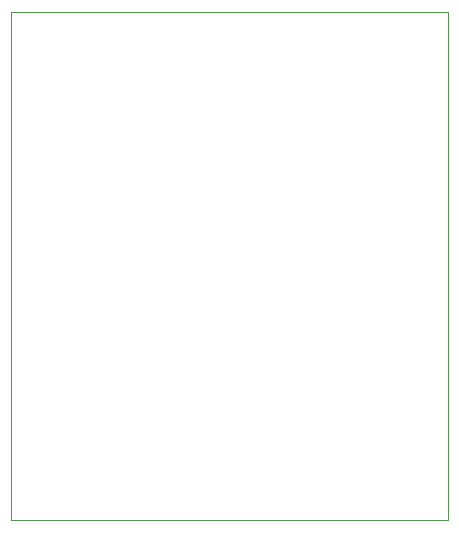
<source format=gbr>
%TF.GenerationSoftware,Altium Limited,Altium Designer,23.3.1 (30)*%
G04 Layer_Color=0*
%FSLAX45Y45*%
%MOMM*%
%TF.SameCoordinates,3D4662BF-085F-4CF4-8E86-F61BF3E894F1*%
%TF.FilePolarity,Positive*%
%TF.FileFunction,Profile,NP*%
%TF.Part,Single*%
G01*
G75*
%TA.AperFunction,Profile*%
%ADD75C,0.02540*%
D75*
X0Y0D02*
Y4300000D01*
X3700000D01*
Y0D01*
X0D01*
%TF.MD5,46519feab53a8c38e9d515141eecf3a3*%
M02*

</source>
